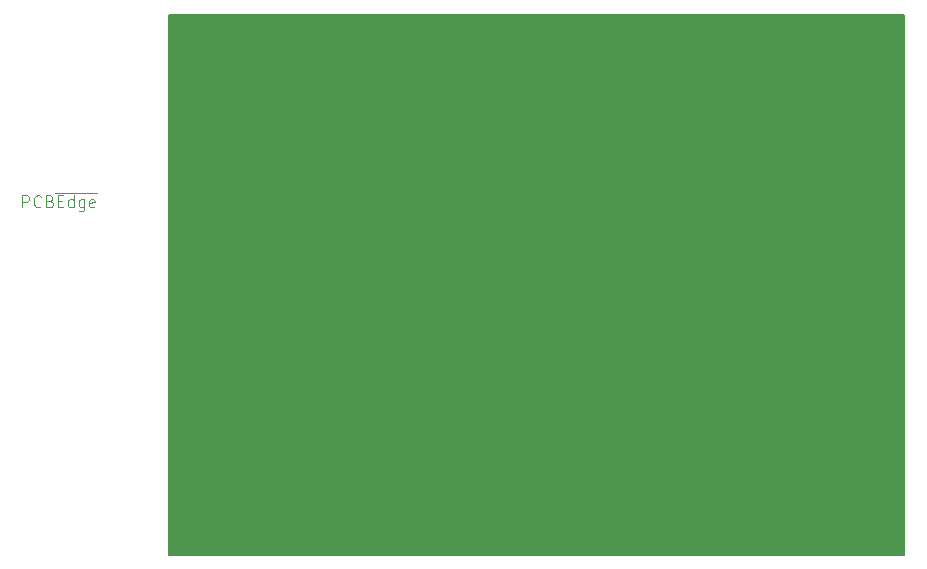
<source format=gbr>
G04 #@! TF.GenerationSoftware,KiCad,Pcbnew,(5.0.2)-1*
G04 #@! TF.CreationDate,2019-03-18T20:08:10-07:00*
G04 #@! TF.ProjectId,speaker,73706561-6b65-4722-9e6b-696361645f70,rev?*
G04 #@! TF.SameCoordinates,Original*
G04 #@! TF.FileFunction,Profile,NP*
%FSLAX46Y46*%
G04 Gerber Fmt 4.6, Leading zero omitted, Abs format (unit mm)*
G04 Created by KiCad (PCBNEW (5.0.2)-1) date 3/18/2019 8:08:10 PM*
%MOMM*%
%LPD*%
G01*
G04 APERTURE LIST*
%ADD10C,0.150000*%
G04 #@! TA.AperFunction,NonConductor*
%ADD11C,0.100000*%
G04 #@! TD*
%ADD12C,0.050000*%
G04 APERTURE END LIST*
D10*
G36*
X210820000Y-74930000D02*
X148590000Y-74930000D01*
X148590000Y-120650000D01*
X210820000Y-120650000D01*
X210820000Y-74930000D01*
G37*
X210820000Y-74930000D02*
X148590000Y-74930000D01*
X148590000Y-120650000D01*
X210820000Y-120650000D01*
X210820000Y-74930000D01*
D11*
G04 #@! TO.C,J1*
X148940000Y-89790000D02*
X148940000Y-96190000D01*
X148940000Y-96190000D02*
X150140000Y-96190000D01*
X150140000Y-96790000D02*
X150140000Y-98790000D01*
X150140000Y-99390000D02*
X148940000Y-99390000D01*
X148940000Y-99390000D02*
X148940000Y-105790000D01*
X150140000Y-96190000D02*
G75*
G02X150140000Y-96790000I0J-300000D01*
G01*
X150140000Y-98790000D02*
G75*
G02X150140000Y-99390000I0J-300000D01*
G01*
G04 #@! TD*
G04 #@! TO.C,J1*
D12*
X136187280Y-91240100D02*
X136187280Y-90240100D01*
X136568233Y-90240100D01*
X136663471Y-90287720D01*
X136711090Y-90335339D01*
X136758709Y-90430577D01*
X136758709Y-90573434D01*
X136711090Y-90668672D01*
X136663471Y-90716291D01*
X136568233Y-90763910D01*
X136187280Y-90763910D01*
X137758709Y-91144862D02*
X137711090Y-91192481D01*
X137568233Y-91240100D01*
X137472995Y-91240100D01*
X137330138Y-91192481D01*
X137234900Y-91097243D01*
X137187280Y-91002005D01*
X137139661Y-90811529D01*
X137139661Y-90668672D01*
X137187280Y-90478196D01*
X137234900Y-90382958D01*
X137330138Y-90287720D01*
X137472995Y-90240100D01*
X137568233Y-90240100D01*
X137711090Y-90287720D01*
X137758709Y-90335339D01*
X138520614Y-90716291D02*
X138663471Y-90763910D01*
X138711090Y-90811529D01*
X138758709Y-90906767D01*
X138758709Y-91049624D01*
X138711090Y-91144862D01*
X138663471Y-91192481D01*
X138568233Y-91240100D01*
X138187280Y-91240100D01*
X138187280Y-90240100D01*
X138520614Y-90240100D01*
X138615852Y-90287720D01*
X138663471Y-90335339D01*
X138711090Y-90430577D01*
X138711090Y-90525815D01*
X138663471Y-90621053D01*
X138615852Y-90668672D01*
X138520614Y-90716291D01*
X138187280Y-90716291D01*
X138949185Y-90002720D02*
X139853947Y-90002720D01*
X139187280Y-90716291D02*
X139520614Y-90716291D01*
X139663471Y-91240100D02*
X139187280Y-91240100D01*
X139187280Y-90240100D01*
X139663471Y-90240100D01*
X139853947Y-90002720D02*
X140758709Y-90002720D01*
X140520614Y-91240100D02*
X140520614Y-90240100D01*
X140520614Y-91192481D02*
X140425376Y-91240100D01*
X140234900Y-91240100D01*
X140139661Y-91192481D01*
X140092042Y-91144862D01*
X140044423Y-91049624D01*
X140044423Y-90763910D01*
X140092042Y-90668672D01*
X140139661Y-90621053D01*
X140234900Y-90573434D01*
X140425376Y-90573434D01*
X140520614Y-90621053D01*
X140758709Y-90002720D02*
X141663471Y-90002720D01*
X141425376Y-90573434D02*
X141425376Y-91382958D01*
X141377757Y-91478196D01*
X141330138Y-91525815D01*
X141234900Y-91573434D01*
X141092042Y-91573434D01*
X140996804Y-91525815D01*
X141425376Y-91192481D02*
X141330138Y-91240100D01*
X141139661Y-91240100D01*
X141044423Y-91192481D01*
X140996804Y-91144862D01*
X140949185Y-91049624D01*
X140949185Y-90763910D01*
X140996804Y-90668672D01*
X141044423Y-90621053D01*
X141139661Y-90573434D01*
X141330138Y-90573434D01*
X141425376Y-90621053D01*
X141663471Y-90002720D02*
X142520614Y-90002720D01*
X142282519Y-91192481D02*
X142187280Y-91240100D01*
X141996804Y-91240100D01*
X141901566Y-91192481D01*
X141853947Y-91097243D01*
X141853947Y-90716291D01*
X141901566Y-90621053D01*
X141996804Y-90573434D01*
X142187280Y-90573434D01*
X142282519Y-90621053D01*
X142330138Y-90716291D01*
X142330138Y-90811529D01*
X141853947Y-90906767D01*
G04 #@! TD*
M02*

</source>
